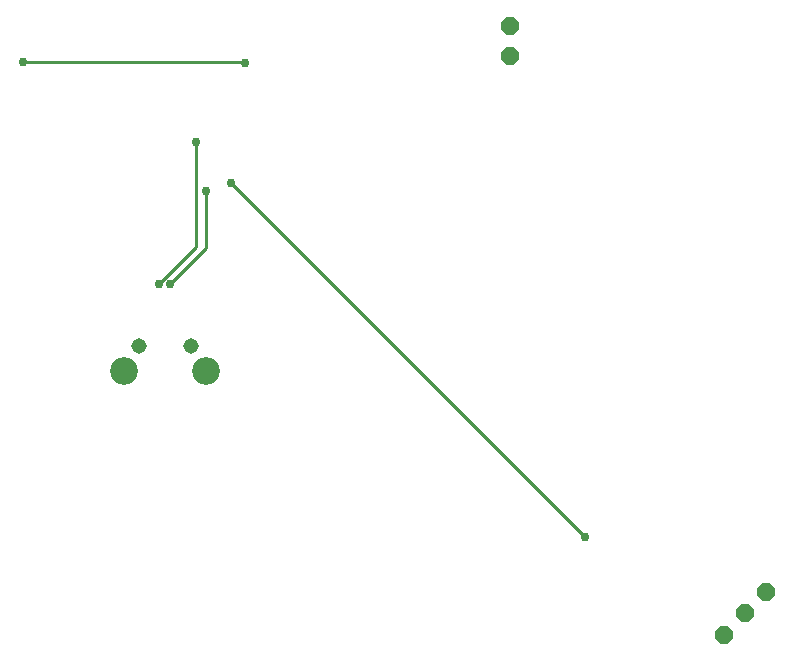
<source format=gbr>
G04 EAGLE Gerber RS-274X export*
G75*
%MOMM*%
%FSLAX34Y34*%
%LPD*%
%INBottom Copper*%
%IPPOS*%
%AMOC8*
5,1,8,0,0,1.08239X$1,22.5*%
G01*
%ADD10P,1.632244X8X67.500000*%
%ADD11C,1.308000*%
%ADD12C,2.348000*%
%ADD13P,1.632244X8X292.500000*%
%ADD14C,0.756400*%
%ADD15C,0.254000*%


D10*
X969039Y1039D03*
X987000Y19000D03*
X1004961Y36961D03*
D11*
X473750Y245050D03*
X518250Y245050D03*
D12*
X531000Y224050D03*
X461000Y224050D03*
D13*
X788000Y516700D03*
X788000Y491300D03*
D14*
X531114Y376682D03*
D15*
X531114Y328422D01*
X500634Y297942D01*
D14*
X500634Y297942D03*
X490982Y297688D03*
D15*
X522732Y329438D02*
X522732Y418338D01*
D14*
X522732Y418338D03*
D15*
X522732Y329438D02*
X490982Y297688D01*
D14*
X551730Y383623D03*
D15*
X851533Y83820D01*
X851662Y83820D01*
D14*
X851662Y83820D03*
X376174Y485648D03*
D15*
X563118Y485648D01*
X563880Y484886D01*
D14*
X563880Y484886D03*
M02*

</source>
